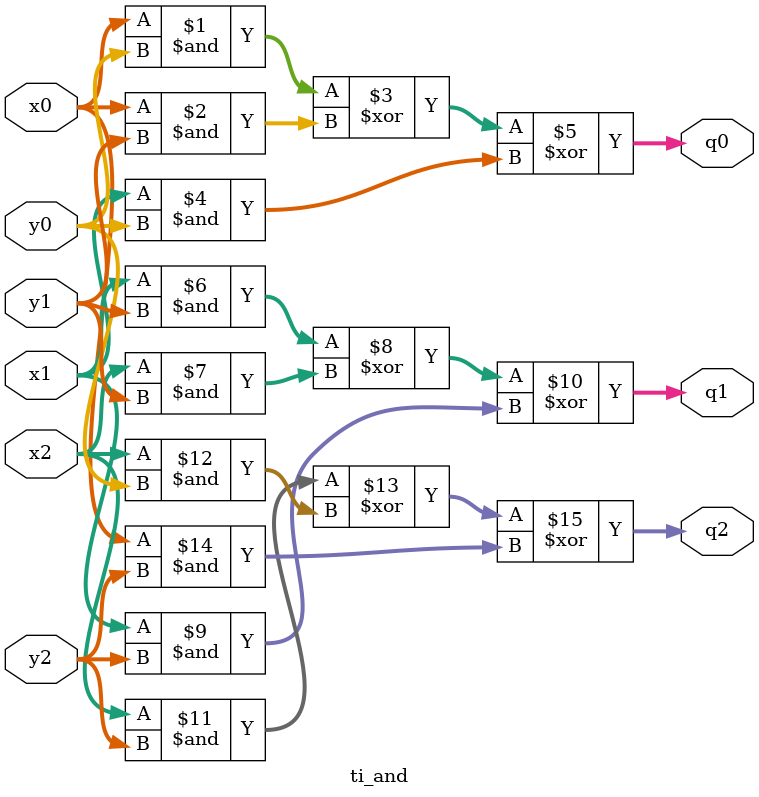
<source format=v>

module ti_and (x2, x0, x1, y2, y0, y1, q0, q1, q2);

  input  [7:0]     x2;
  input  [7:0]     x0;
  input  [7:0]     x1;
  input  [7:0]     y2;
  input  [7:0]     y0;
  input  [7:0]     y1;
  output [7:0]     q0;
  output [7:0]     q1;
  output [7:0]     q2;
 
  wire [7:0]     x2;
  wire [7:0]     x0;
  wire [7:0]     x1;
  wire [7:0]     y2;
  wire [7:0]     y0;
  wire [7:0]     y1;
  wire [7:0]    q0;
  wire [7:0]   q1;
  wire [7:0]   q2;



  assign q0 = (x0 & y0) ^ (x0 & y1)  ^ (x1 & y0);
  assign q1 = (x1 & y1) ^ (x2 & y1)  ^ (x1 & y2);
  assign q2 = (x2 & y2)   ^ (x2 & y0)  ^ (x0 & y2);

 

endmodule


</source>
